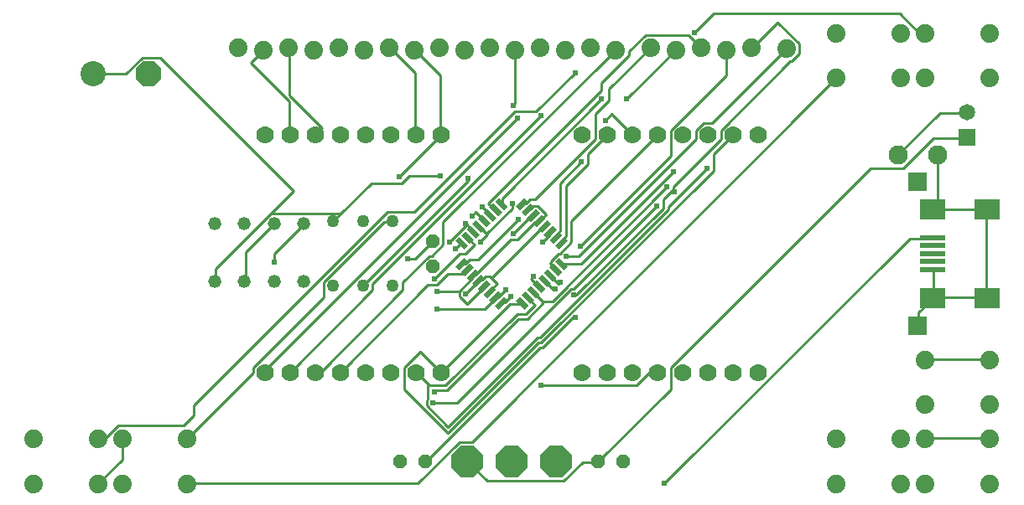
<source format=gbl>
G75*
G70*
%OFA0B0*%
%FSLAX24Y24*%
%IPPOS*%
%LPD*%
%AMOC8*
5,1,8,0,0,1.08239X$1,22.5*
%
%ADD10C,0.0700*%
%ADD11R,0.0760X0.0760*%
%ADD12C,0.0650*%
%ADD13R,0.0650X0.0650*%
%ADD14OC8,0.1000*%
%ADD15C,0.1000*%
%ADD16R,0.0984X0.0197*%
%ADD17R,0.0984X0.0787*%
%ADD18R,0.0500X0.0220*%
%ADD19R,0.0220X0.0500*%
%ADD20C,0.0500*%
%ADD21OC8,0.1266*%
%ADD22OC8,0.0520*%
%ADD23C,0.0768*%
%ADD24C,0.0740*%
%ADD25C,0.0520*%
%ADD26C,0.0100*%
%ADD27C,0.0240*%
D10*
X009986Y005218D03*
X010986Y005218D03*
X011986Y005218D03*
X012986Y005218D03*
X013986Y005218D03*
X014986Y005218D03*
X015986Y005218D03*
X016986Y005218D03*
X022584Y005218D03*
X023584Y005218D03*
X024584Y005218D03*
X025584Y005218D03*
X026584Y005218D03*
X027584Y005218D03*
X028584Y005218D03*
X029584Y005218D03*
X029584Y014667D03*
X028584Y014667D03*
X027584Y014667D03*
X026584Y014667D03*
X025584Y014667D03*
X024584Y014667D03*
X023584Y014667D03*
X022584Y014667D03*
X016986Y014667D03*
X015986Y014667D03*
X014986Y014667D03*
X013986Y014667D03*
X012986Y014667D03*
X011986Y014667D03*
X010986Y014667D03*
X009986Y014667D03*
D11*
X035927Y012818D03*
X035927Y007068D03*
D12*
X037895Y015561D03*
D13*
X037895Y014561D03*
D14*
X005336Y017092D03*
D15*
X003155Y017092D03*
D16*
X036517Y010572D03*
X036517Y010257D03*
X036517Y009943D03*
X036517Y009628D03*
X036517Y009313D03*
D17*
X036517Y008171D03*
X038683Y008171D03*
X038683Y011714D03*
X036517Y011714D03*
D18*
G36*
X022014Y010456D02*
X021662Y010104D01*
X021506Y010260D01*
X021858Y010612D01*
X022014Y010456D01*
G37*
G36*
X021791Y010679D02*
X021439Y010327D01*
X021283Y010483D01*
X021635Y010835D01*
X021791Y010679D01*
G37*
G36*
X021568Y010901D02*
X021216Y010549D01*
X021060Y010705D01*
X021412Y011057D01*
X021568Y010901D01*
G37*
G36*
X021345Y011124D02*
X020993Y010772D01*
X020837Y010928D01*
X021189Y011280D01*
X021345Y011124D01*
G37*
G36*
X021123Y011347D02*
X020771Y010995D01*
X020615Y011151D01*
X020967Y011503D01*
X021123Y011347D01*
G37*
G36*
X020900Y011570D02*
X020548Y011218D01*
X020392Y011374D01*
X020744Y011726D01*
X020900Y011570D01*
G37*
G36*
X020677Y011792D02*
X020325Y011440D01*
X020169Y011596D01*
X020521Y011948D01*
X020677Y011792D01*
G37*
G36*
X020455Y012015D02*
X020103Y011663D01*
X019947Y011819D01*
X020299Y012171D01*
X020455Y012015D01*
G37*
G36*
X018065Y009625D02*
X017713Y009273D01*
X017557Y009429D01*
X017909Y009781D01*
X018065Y009625D01*
G37*
G36*
X018287Y009402D02*
X017935Y009050D01*
X017779Y009206D01*
X018131Y009558D01*
X018287Y009402D01*
G37*
G36*
X018510Y009180D02*
X018158Y008828D01*
X018002Y008984D01*
X018354Y009336D01*
X018510Y009180D01*
G37*
G36*
X018733Y008957D02*
X018381Y008605D01*
X018225Y008761D01*
X018577Y009113D01*
X018733Y008957D01*
G37*
G36*
X018955Y008734D02*
X018603Y008382D01*
X018447Y008538D01*
X018799Y008890D01*
X018955Y008734D01*
G37*
G36*
X019178Y008511D02*
X018826Y008159D01*
X018670Y008315D01*
X019022Y008667D01*
X019178Y008511D01*
G37*
G36*
X019401Y008289D02*
X019049Y007937D01*
X018893Y008093D01*
X019245Y008445D01*
X019401Y008289D01*
G37*
G36*
X019624Y008066D02*
X019272Y007714D01*
X019116Y007870D01*
X019468Y008222D01*
X019624Y008066D01*
G37*
D19*
G36*
X020455Y007870D02*
X020299Y007714D01*
X019947Y008066D01*
X020103Y008222D01*
X020455Y007870D01*
G37*
G36*
X020677Y008093D02*
X020521Y007937D01*
X020169Y008289D01*
X020325Y008445D01*
X020677Y008093D01*
G37*
G36*
X020900Y008315D02*
X020744Y008159D01*
X020392Y008511D01*
X020548Y008667D01*
X020900Y008315D01*
G37*
G36*
X021123Y008538D02*
X020967Y008382D01*
X020615Y008734D01*
X020771Y008890D01*
X021123Y008538D01*
G37*
G36*
X021345Y008761D02*
X021189Y008605D01*
X020837Y008957D01*
X020993Y009113D01*
X021345Y008761D01*
G37*
G36*
X021568Y008984D02*
X021412Y008828D01*
X021060Y009180D01*
X021216Y009336D01*
X021568Y008984D01*
G37*
G36*
X021791Y009206D02*
X021635Y009050D01*
X021283Y009402D01*
X021439Y009558D01*
X021791Y009206D01*
G37*
G36*
X022014Y009429D02*
X021858Y009273D01*
X021506Y009625D01*
X021662Y009781D01*
X022014Y009429D01*
G37*
G36*
X018733Y010928D02*
X018577Y010772D01*
X018225Y011124D01*
X018381Y011280D01*
X018733Y010928D01*
G37*
G36*
X018510Y010705D02*
X018354Y010549D01*
X018002Y010901D01*
X018158Y011057D01*
X018510Y010705D01*
G37*
G36*
X018287Y010483D02*
X018131Y010327D01*
X017779Y010679D01*
X017935Y010835D01*
X018287Y010483D01*
G37*
G36*
X018065Y010260D02*
X017909Y010104D01*
X017557Y010456D01*
X017713Y010612D01*
X018065Y010260D01*
G37*
G36*
X018955Y011151D02*
X018799Y010995D01*
X018447Y011347D01*
X018603Y011503D01*
X018955Y011151D01*
G37*
G36*
X019178Y011374D02*
X019022Y011218D01*
X018670Y011570D01*
X018826Y011726D01*
X019178Y011374D01*
G37*
G36*
X019401Y011596D02*
X019245Y011440D01*
X018893Y011792D01*
X019049Y011948D01*
X019401Y011596D01*
G37*
G36*
X019624Y011819D02*
X019468Y011663D01*
X019116Y012015D01*
X019272Y012171D01*
X019624Y011819D01*
G37*
D20*
X015061Y011222D03*
X013880Y011222D03*
X012698Y011222D03*
X012698Y008663D03*
X013880Y008663D03*
X015061Y008663D03*
D21*
X018013Y001675D03*
X019785Y001675D03*
X021557Y001675D03*
D22*
X023222Y001675D03*
X024222Y001675D03*
X016348Y001675D03*
X015348Y001675D03*
X016635Y009443D03*
X016635Y010443D03*
D23*
X035139Y013880D03*
X036714Y013880D03*
D24*
X000789Y000785D03*
X003349Y000785D03*
X004332Y000785D03*
X006892Y000785D03*
X006892Y002565D03*
X004332Y002565D03*
X003349Y002565D03*
X000789Y002565D03*
X009919Y018050D03*
X008919Y018150D03*
X010919Y018150D03*
X011919Y018050D03*
X012919Y018150D03*
X013919Y018050D03*
X014919Y018150D03*
X015919Y018050D03*
X016919Y018150D03*
X017919Y018050D03*
X018919Y018150D03*
X019919Y018050D03*
X020919Y018150D03*
X021919Y018050D03*
X022919Y018150D03*
X023919Y018050D03*
X025313Y018150D03*
X026313Y018050D03*
X027313Y018150D03*
X028313Y018050D03*
X029313Y018150D03*
X030706Y018100D03*
X032678Y018707D03*
X035238Y018707D03*
X036222Y018707D03*
X038782Y018707D03*
X038782Y016927D03*
X036222Y016927D03*
X035238Y016927D03*
X032678Y016927D03*
X036222Y005714D03*
X038782Y005714D03*
X038782Y003934D03*
X038782Y002565D03*
X036222Y002565D03*
X035238Y002565D03*
X036222Y003934D03*
X032678Y002565D03*
X032678Y000785D03*
X035238Y000785D03*
X036222Y000785D03*
X038782Y000785D03*
D25*
X011517Y008836D03*
X010336Y008836D03*
X009155Y008836D03*
X007974Y008836D03*
X007974Y011124D03*
X009155Y011124D03*
X010336Y011124D03*
X011517Y011124D03*
D26*
X011500Y011100D01*
X010350Y009950D01*
X010350Y009600D01*
X009200Y010000D02*
X010300Y011100D01*
X010336Y011124D01*
X010200Y011550D02*
X011100Y012450D01*
X005800Y017750D01*
X005100Y017750D01*
X004450Y017100D01*
X003200Y017100D01*
X003155Y017092D01*
X009400Y017550D02*
X009900Y018050D01*
X009919Y018050D01*
X009400Y017550D02*
X010950Y016000D01*
X010950Y014700D01*
X010986Y014667D01*
X011986Y014667D02*
X012000Y014700D01*
X012250Y014950D01*
X010950Y016250D01*
X010950Y018150D01*
X010919Y018150D01*
X014919Y018150D02*
X014950Y018150D01*
X015950Y017150D01*
X015950Y014700D01*
X015986Y014667D01*
X016950Y014650D02*
X016986Y014667D01*
X016950Y014700D01*
X016950Y017050D01*
X015950Y018050D01*
X015919Y018050D01*
X019900Y018050D02*
X019900Y015900D01*
X019850Y015850D01*
X019900Y015600D02*
X020750Y015600D01*
X022300Y017150D01*
X023350Y016750D02*
X024450Y017850D01*
X024450Y018000D01*
X025100Y018650D01*
X026800Y018650D01*
X027300Y018150D01*
X027313Y018150D01*
X028300Y018050D02*
X028313Y018050D01*
X028300Y018050D02*
X028300Y017050D01*
X026100Y014850D01*
X026100Y013850D01*
X022500Y010250D01*
X022150Y010400D02*
X022150Y011250D01*
X025550Y014650D01*
X025584Y014667D01*
X024584Y014667D02*
X024550Y014700D01*
X023750Y015500D01*
X023500Y015250D01*
X023100Y015500D02*
X023650Y016050D01*
X023650Y016500D01*
X025300Y018150D01*
X025313Y018150D01*
X026300Y018050D02*
X026313Y018050D01*
X026300Y018050D02*
X024350Y016100D01*
X023350Y016100D02*
X019400Y012150D01*
X019400Y011950D01*
X019370Y011917D01*
X019147Y011694D02*
X019100Y011700D01*
X018850Y011950D01*
X023350Y016450D01*
X023350Y016750D01*
X023100Y015500D02*
X023100Y014500D01*
X020700Y012100D01*
X020500Y012100D01*
X020350Y011950D01*
X020250Y011950D01*
X020201Y011917D01*
X020423Y011694D02*
X020450Y011700D01*
X020500Y011700D01*
X020650Y011850D01*
X020800Y011850D01*
X021150Y011500D01*
X020900Y011250D01*
X020869Y011249D01*
X020850Y011200D01*
X020700Y011200D01*
X020000Y010500D01*
X019750Y010500D01*
X018350Y009100D01*
X018256Y009082D01*
X018250Y009050D01*
X018250Y009000D01*
X017700Y008450D01*
X016800Y008450D01*
X016800Y008700D02*
X016450Y008700D01*
X013000Y005250D01*
X012986Y005218D01*
X012200Y005250D02*
X015450Y008500D01*
X015450Y008800D01*
X016500Y009850D01*
X016600Y009850D01*
X017050Y010300D01*
X017050Y011200D01*
X023900Y018050D01*
X023919Y018050D01*
X027050Y018750D02*
X027800Y019500D01*
X035200Y019500D01*
X035950Y018750D01*
X036200Y018750D01*
X036222Y018707D01*
X032678Y016927D02*
X032650Y016900D01*
X018200Y002450D01*
X017700Y002450D01*
X016050Y000800D01*
X006900Y000800D01*
X006892Y000785D01*
X004300Y001750D02*
X003350Y000800D01*
X003349Y000785D01*
X004300Y001750D02*
X004300Y002550D01*
X004332Y002565D01*
X004150Y003100D02*
X003650Y002600D01*
X003350Y002600D01*
X003349Y002565D01*
X004150Y003100D02*
X006750Y003100D01*
X007150Y003500D01*
X007150Y003900D01*
X014850Y011600D01*
X015900Y011600D01*
X019900Y015600D01*
X020000Y015350D02*
X010000Y005350D01*
X010000Y005250D01*
X009986Y005218D01*
X009500Y005200D02*
X009500Y005400D01*
X012300Y008200D01*
X012300Y008800D01*
X014700Y011200D01*
X015050Y011200D01*
X015061Y011222D01*
X015950Y009750D02*
X016600Y010400D01*
X016635Y010443D01*
X017300Y010400D02*
X017975Y011075D01*
X017950Y011100D01*
X017950Y011150D01*
X018000Y011100D02*
X017975Y011075D01*
X018000Y011100D02*
X018250Y010850D01*
X018256Y010803D01*
X018500Y011000D02*
X018479Y011026D01*
X018500Y011000D02*
X018775Y010725D01*
X019800Y011750D01*
X019800Y011950D01*
X020550Y011450D02*
X019850Y010750D01*
X018800Y010700D02*
X018550Y010450D01*
X018550Y010400D01*
X018300Y010300D02*
X018050Y010550D01*
X018033Y010581D01*
X017811Y010358D02*
X017800Y010350D01*
X017750Y010350D01*
X017550Y010150D01*
X017700Y009950D02*
X016700Y008950D01*
X016800Y008700D02*
X017250Y009150D01*
X017800Y009150D01*
X017950Y009300D01*
X018000Y009300D01*
X018033Y009304D01*
X017950Y009550D02*
X018100Y009700D01*
X018450Y009700D01*
X020050Y011300D01*
X020550Y011450D02*
X020600Y011450D01*
X020646Y011472D01*
X021100Y011050D02*
X021091Y011026D01*
X021050Y011000D01*
X021000Y011000D01*
X018975Y008975D01*
X018900Y009050D01*
X018750Y009050D01*
X018600Y008900D01*
X018550Y008900D01*
X018479Y008859D01*
X018450Y008850D01*
X017950Y008350D01*
X017700Y008250D02*
X018000Y007950D01*
X018700Y008650D01*
X018701Y008636D01*
X018750Y008650D01*
X018950Y008500D02*
X018924Y008413D01*
X018950Y008450D01*
X018950Y008500D02*
X019200Y008750D01*
X018975Y008975D01*
X018500Y008900D02*
X018479Y008859D01*
X018300Y009100D02*
X018256Y009082D01*
X017950Y009550D02*
X017850Y009550D01*
X017811Y009527D01*
X017700Y009950D02*
X017950Y009950D01*
X018300Y010300D01*
X018775Y010725D02*
X018800Y010700D01*
X018701Y011249D02*
X018700Y011250D01*
X018350Y011600D01*
X018200Y011450D01*
X018600Y011800D02*
X018900Y011500D01*
X018924Y011472D01*
X018050Y012850D02*
X013900Y008700D01*
X013880Y008663D01*
X014250Y008750D02*
X014250Y008500D01*
X011000Y005250D01*
X010986Y005218D01*
X011986Y005218D02*
X012000Y005250D01*
X012200Y005250D01*
X009500Y005200D02*
X006900Y002600D01*
X006892Y002565D01*
X015500Y004550D02*
X017250Y002800D01*
X020850Y006400D01*
X020950Y006400D01*
X027800Y013250D01*
X027800Y013900D01*
X028550Y014650D01*
X028584Y014667D01*
X028100Y014500D02*
X028100Y014850D01*
X030850Y017600D01*
X030900Y017600D01*
X031200Y017900D01*
X031200Y018300D01*
X030350Y019150D01*
X029350Y018150D01*
X029313Y018150D01*
X030700Y018100D02*
X030706Y018100D01*
X030700Y018100D02*
X027750Y015150D01*
X027400Y015150D01*
X027100Y014850D01*
X027100Y014500D01*
X022450Y009850D01*
X021950Y009850D01*
X021700Y009950D02*
X022150Y010400D01*
X021950Y010650D02*
X021800Y010500D01*
X021800Y010400D01*
X021760Y010358D01*
X021537Y010581D02*
X021550Y010600D01*
X021550Y010700D01*
X021700Y010850D01*
X021700Y012750D01*
X022550Y013600D01*
X022800Y013500D02*
X022800Y013900D01*
X023550Y014650D01*
X023584Y014667D01*
X022800Y013500D02*
X021950Y012650D01*
X021950Y010650D01*
X021300Y010700D02*
X021000Y010400D01*
X021300Y010700D02*
X021300Y010800D01*
X021314Y010803D01*
X021650Y009950D02*
X021700Y009950D01*
X021650Y009950D02*
X021350Y009650D01*
X021350Y009600D01*
X021300Y009550D01*
X021500Y009350D01*
X021537Y009304D01*
X021314Y009082D02*
X021350Y009050D01*
X021650Y008750D01*
X021700Y008800D01*
X021500Y008550D02*
X021450Y008500D01*
X021100Y008850D01*
X021091Y008859D01*
X020869Y008636D02*
X020850Y008650D01*
X020550Y008950D01*
X020650Y009050D01*
X021760Y009527D02*
X021800Y009550D01*
X022550Y009550D01*
X026200Y013200D01*
X026200Y012600D02*
X028100Y014500D01*
X027550Y013350D02*
X026000Y011800D01*
X026000Y011700D01*
X020900Y006600D01*
X020800Y006600D01*
X017250Y003050D01*
X016400Y003900D01*
X016400Y004100D01*
X016450Y004150D01*
X016450Y004700D01*
X016475Y004725D01*
X016500Y004700D01*
X017150Y004700D01*
X020000Y007550D01*
X020350Y007550D01*
X020700Y007900D01*
X020450Y008150D01*
X020423Y008191D01*
X020650Y008400D02*
X020646Y008413D01*
X020650Y008400D02*
X021025Y008025D01*
X021050Y008050D01*
X021400Y008050D01*
X025950Y012600D01*
X026200Y012600D02*
X026200Y012500D01*
X026175Y012475D01*
X026250Y012400D01*
X026175Y012475D02*
X025800Y012100D01*
X025800Y011750D01*
X022350Y008300D01*
X022250Y008300D01*
X022250Y008550D02*
X025550Y011850D01*
X022250Y008550D02*
X022150Y008550D01*
X017600Y004000D01*
X016650Y004000D01*
X016700Y004450D02*
X016750Y004500D01*
X017200Y004500D01*
X020050Y007350D01*
X020400Y007350D01*
X021050Y008000D01*
X021025Y008025D01*
X020201Y007968D02*
X020200Y007950D01*
X019700Y007950D01*
X017000Y005250D01*
X016986Y005218D01*
X016950Y005250D01*
X016150Y006050D01*
X015500Y005400D01*
X015500Y004550D01*
X016000Y005200D02*
X015986Y005218D01*
X016000Y005200D02*
X016475Y004725D01*
X016350Y001650D02*
X020900Y006200D01*
X021000Y006200D01*
X022200Y007400D01*
X022300Y007400D01*
X019750Y008250D02*
X019500Y008000D01*
X019400Y008000D01*
X019370Y007968D01*
X019250Y008200D02*
X019150Y008200D01*
X019147Y008191D01*
X019100Y008150D01*
X018700Y007750D01*
X016800Y007750D01*
X017700Y008250D02*
X017700Y008450D01*
X019250Y008200D02*
X019550Y008500D01*
X015950Y009750D02*
X015650Y009750D01*
X014250Y008750D02*
X020950Y015450D01*
X016950Y014650D02*
X015300Y013000D01*
X015400Y012750D02*
X014200Y012750D01*
X012975Y011525D01*
X012950Y011550D01*
X010200Y011550D01*
X008000Y009350D01*
X008000Y008850D01*
X007974Y008836D01*
X009155Y008836D02*
X009200Y008850D01*
X009200Y010000D01*
X012698Y011222D02*
X012700Y011250D01*
X012975Y011525D01*
X015400Y012750D02*
X015700Y013050D01*
X016950Y013050D01*
X018050Y012950D02*
X018050Y012850D01*
X019900Y018050D02*
X019919Y018050D01*
X026100Y005400D02*
X034050Y013350D01*
X035350Y013350D01*
X036550Y014550D01*
X037850Y014550D01*
X037895Y014561D01*
X036714Y013880D02*
X036700Y013850D01*
X036700Y011700D01*
X036517Y011714D01*
X036550Y011700D01*
X036700Y011700D01*
X038650Y011700D01*
X038683Y011714D01*
X038650Y011650D01*
X038650Y008250D01*
X038683Y008171D01*
X038650Y008200D01*
X036600Y008200D01*
X036517Y008171D01*
X036500Y008150D01*
X035950Y007600D01*
X035950Y007100D01*
X035927Y007068D01*
X036517Y008171D02*
X036550Y008200D01*
X036550Y009300D01*
X036517Y009313D01*
X036500Y010550D02*
X035600Y010550D01*
X025850Y000800D01*
X023250Y001700D02*
X023222Y001675D01*
X023200Y001650D01*
X022600Y001650D01*
X021850Y000900D01*
X018800Y000900D01*
X018050Y001650D01*
X018013Y001675D01*
X016350Y001650D02*
X016348Y001675D01*
X020950Y004700D02*
X024750Y004700D01*
X025250Y005200D01*
X025550Y005200D01*
X025584Y005218D01*
X026100Y005400D02*
X026100Y004550D01*
X023250Y001700D01*
X036222Y002565D02*
X036250Y002600D01*
X038750Y002600D01*
X038782Y002565D01*
X038782Y005714D02*
X038750Y005750D01*
X036250Y005750D01*
X036222Y005714D01*
X036500Y010550D02*
X036517Y010572D01*
X035139Y013880D02*
X035150Y013900D01*
X036800Y015550D01*
X037850Y015550D01*
X037895Y015561D01*
D27*
X027550Y013350D03*
X026200Y013200D03*
X025950Y012600D03*
X026250Y012400D03*
X025550Y011850D03*
X022500Y010250D03*
X021950Y009850D03*
X021000Y010400D03*
X019850Y010750D03*
X020050Y011300D03*
X019800Y011950D03*
X018600Y011800D03*
X018200Y011450D03*
X017950Y011150D03*
X018550Y010400D03*
X017550Y010150D03*
X017300Y010400D03*
X015650Y009750D03*
X016700Y008950D03*
X016800Y008450D03*
X017950Y008350D03*
X016800Y007750D03*
X019550Y008500D03*
X019750Y008250D03*
X020650Y009050D03*
X021500Y008550D03*
X021700Y008800D03*
X022250Y008300D03*
X022300Y007400D03*
X020950Y004700D03*
X016700Y004450D03*
X016650Y004000D03*
X025850Y000800D03*
X010350Y009600D03*
X015300Y013000D03*
X016950Y013050D03*
X018050Y012950D03*
X022550Y013600D03*
X023500Y015250D03*
X023350Y016100D03*
X024350Y016100D03*
X022300Y017150D03*
X019850Y015850D03*
X020000Y015350D03*
X020950Y015450D03*
X027050Y018750D03*
M02*

</source>
